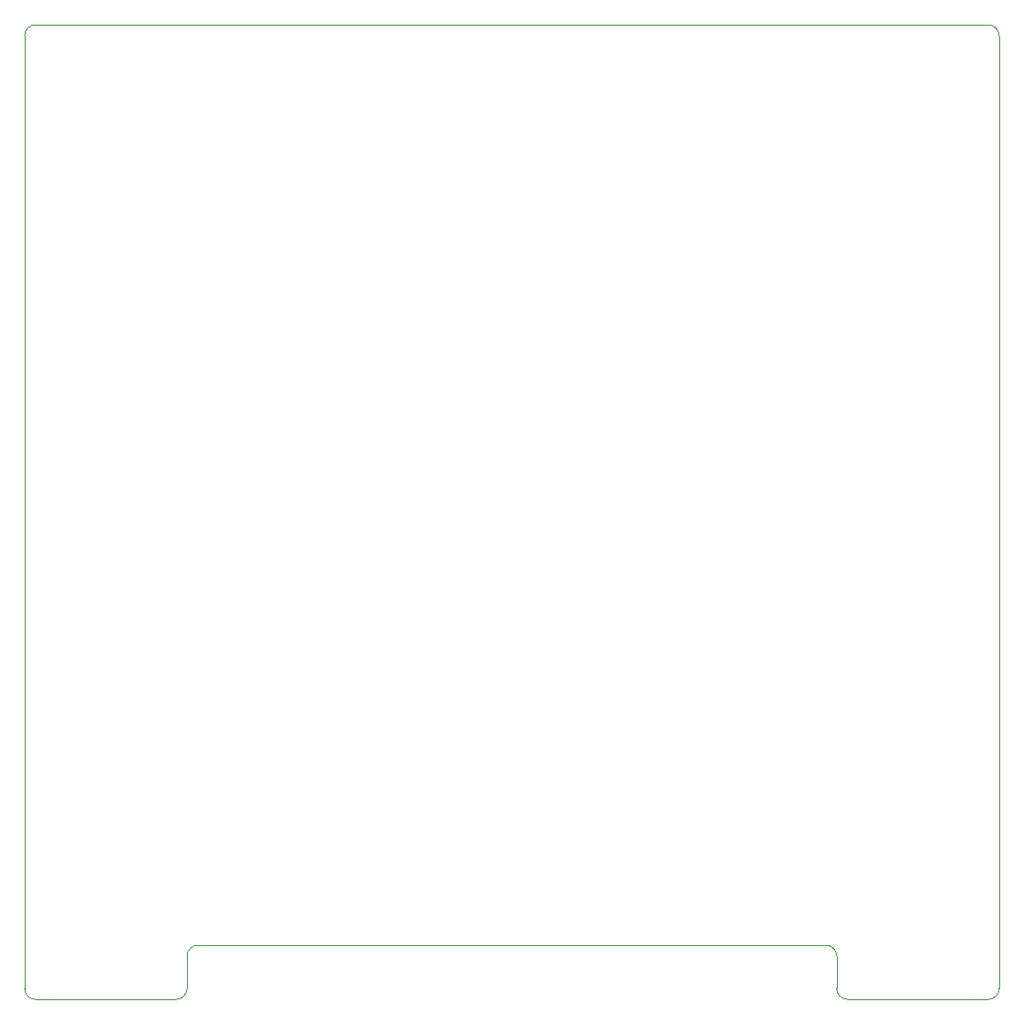
<source format=gm1>
G04 #@! TF.GenerationSoftware,KiCad,Pcbnew,9.0.2-9.0.2-0~ubuntu24.04.1*
G04 #@! TF.CreationDate,2025-06-11T14:59:59-05:00*
G04 #@! TF.ProjectId,bias-supply,62696173-2d73-4757-9070-6c792e6b6963,0.1*
G04 #@! TF.SameCoordinates,Original*
G04 #@! TF.FileFunction,Profile,NP*
%FSLAX46Y46*%
G04 Gerber Fmt 4.6, Leading zero omitted, Abs format (unit mm)*
G04 Created by KiCad (PCBNEW 9.0.2-9.0.2-0~ubuntu24.04.1) date 2025-06-11 14:59:59*
%MOMM*%
%LPD*%
G01*
G04 APERTURE LIST*
G04 #@! TA.AperFunction,Profile*
%ADD10C,0.050000*%
G04 #@! TD*
G04 APERTURE END LIST*
D10*
X13500000Y-14500000D02*
G75*
G02*
X14500000Y-13500000I1000000J0D01*
G01*
X93500000Y-103500000D02*
X89500000Y-103500000D01*
X27500000Y-103500000D02*
X23500000Y-103500000D01*
X28500000Y-99500000D02*
X28500000Y-102500000D01*
X14500000Y-103500000D02*
G75*
G02*
X13500000Y-102500000I0J1000000D01*
G01*
X87500000Y-98500000D02*
G75*
G02*
X88500000Y-99500000I0J-1000000D01*
G01*
X14500000Y-13500000D02*
X102500000Y-13500000D01*
X28500000Y-99500000D02*
G75*
G02*
X29500000Y-98500000I1000000J0D01*
G01*
X103500000Y-14500000D02*
X103500000Y-102500000D01*
X89500000Y-103500000D02*
G75*
G02*
X88500000Y-102500000I0J1000000D01*
G01*
X102500000Y-13500000D02*
G75*
G02*
X103500000Y-14500000I0J-1000000D01*
G01*
X13500000Y-102500000D02*
X13500000Y-14500000D01*
X28500000Y-102500000D02*
G75*
G02*
X27500000Y-103500000I-1000000J0D01*
G01*
X87500000Y-98500000D02*
X29500000Y-98500000D01*
X23500000Y-103500000D02*
X14500000Y-103500000D01*
X102500000Y-103500000D02*
X93500000Y-103500000D01*
X103500000Y-102500000D02*
G75*
G02*
X102500000Y-103500000I-1000000J0D01*
G01*
X88500000Y-102500000D02*
X88500000Y-99500000D01*
M02*

</source>
